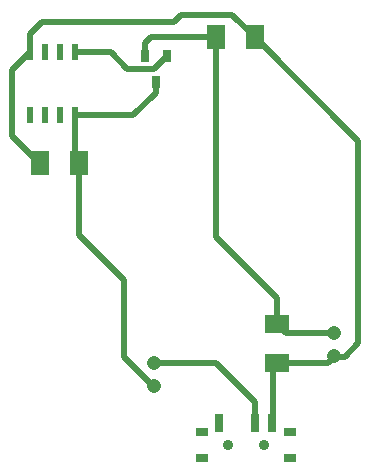
<source format=gtl>
G04 ( created by brdgerber.py ( brdgerber.py v0.1 2014-03-12 ) ) date 2021-02-01 19:08:33 EST*
G04 Gerber Fmt 3.4, Leading zero omitted, Abs format*
%MOIN*%
%FSLAX34Y34*%
G01*
G70*
G90*
G04 APERTURE LIST*
%ADD17R,0.0800X0.0600*%
%ADD10R,0.0236X0.0551*%
%ADD14R,0.2000X0.2000*%
%ADD26C,0.0039*%
%ADD21C,0.0000*%
%ADD27C,0.0031*%
%ADD23C,0.0471*%
%ADD18C,0.0354*%
%ADD16R,0.0600X0.0800*%
%ADD24R,0.0315X0.0394*%
%ADD15R,0.3000X0.3000*%
%ADD19R,0.0393X0.0314*%
%ADD20R,0.0275X0.0590*%
%ADD25C,0.0047*%
%ADD12C,0.0050*%
%ADD11C,0.0060*%
%ADD22C,0.0059*%
%ADD13C,0.0200*%
G04 APERTURE END LIST*
G54D17*
D10*
X-38200Y-11300D03*
D10*
X-38200Y-13400D03*
D10*
X-37700Y-11300D03*
D10*
X-37200Y-11300D03*
D10*
X-36700Y-11300D03*
D10*
X-37700Y-13400D03*
D10*
X-37200Y-13400D03*
D10*
X-36700Y-13400D03*
D13*
G01X-34000Y-12650D02*
G01X-34000Y-12300D01*
D16*
X-30700Y-10800D03*
D16*
X-32000Y-10800D03*
D17*
X-29950Y-20350D03*
D17*
X-29950Y-21650D03*
D18*
X-31590Y-24400D03*
D18*
X-30410Y-24400D03*
D19*
X-32456Y-24833D03*
D19*
X-32456Y-23967D03*
D19*
X-29544Y-23967D03*
D19*
X-29544Y-24833D03*
D20*
X-31885Y-23662D03*
D20*
X-30705Y-23662D03*
D20*
X-30115Y-23662D03*
D23*
G01X-34050Y-21657D02*
G01X-34050Y-21657D01*
D23*
G01X-34050Y-22443D02*
G01X-34050Y-22443D01*
D23*
G01X-28050Y-21443D02*
G01X-28050Y-21443D01*
D23*
G01X-28050Y-20657D02*
G01X-28050Y-20657D01*
D16*
X-37850Y-15000D03*
D16*
X-36550Y-15000D03*
D13*
G01X-34050Y-21650D02*
G01X-32000Y-21650D01*
D13*
G01X-32000Y-21650D02*
G01X-30700Y-22950D01*
D13*
G01X-30700Y-22950D02*
G01X-30700Y-23650D01*
D13*
G01X-30100Y-23650D02*
G01X-30100Y-21800D01*
D13*
G01X-30100Y-21800D02*
G01X-29950Y-21650D01*
D13*
G01X-29950Y-21650D02*
G01X-28250Y-21650D01*
D13*
G01X-28250Y-21650D02*
G01X-28050Y-21450D01*
D13*
G01X-28050Y-20650D02*
G01X-29650Y-20650D01*
D13*
G01X-29650Y-20650D02*
G01X-29950Y-20350D01*
D13*
G01X-36700Y-13400D02*
G01X-36700Y-14850D01*
D13*
G01X-36700Y-14850D02*
G01X-36550Y-15000D01*
D13*
G01X-37850Y-15000D02*
G01X-37900Y-15000D01*
D13*
G01X-37900Y-15000D02*
G01X-38800Y-14100D01*
D13*
G01X-38800Y-14100D02*
G01X-38800Y-11900D01*
D13*
G01X-38800Y-11900D02*
G01X-38200Y-11300D01*
D13*
G01X-36700Y-11300D02*
G01X-36000Y-11300D01*
D13*
G01X-27250Y-14250D02*
G01X-30700Y-10800D01*
D13*
G01X-36550Y-17400D02*
G01X-35050Y-18900D01*
D13*
G01X-36550Y-15000D02*
G01X-36550Y-17400D01*
D13*
G01X-27250Y-21000D02*
G01X-27250Y-14250D01*
D24*
X-34000Y-12283D03*
D24*
X-34375Y-11417D03*
D24*
X-33625Y-11417D03*
D13*
G01X-35050Y-21450D02*
G01X-34050Y-22450D01*
D13*
G01X-35050Y-18900D02*
G01X-35050Y-21450D01*
D13*
G01X-27700Y-21450D02*
G01X-27250Y-21000D01*
D13*
G01X-35050Y-13400D02*
G01X-36700Y-13400D01*
D13*
G01X-32000Y-17450D02*
G01X-29950Y-19500D01*
D13*
G01X-29950Y-19500D02*
G01X-29950Y-20350D01*
D13*
G01X-32000Y-10800D02*
G01X-32000Y-17450D01*
D13*
G01X-31450Y-10050D02*
G01X-30700Y-10800D01*
D13*
G01X-33150Y-10050D02*
G01X-31450Y-10050D01*
D13*
G01X-38200Y-11300D02*
G01X-38200Y-10700D01*
D13*
G01X-38200Y-10700D02*
G01X-37800Y-10300D01*
D13*
G01X-37800Y-10300D02*
G01X-33400Y-10300D01*
D13*
G01X-33400Y-10300D02*
G01X-33150Y-10050D01*
D13*
G01X-28050Y-21450D02*
G01X-27700Y-21450D01*
D13*
G01X-34350Y-11400D02*
G01X-34350Y-11000D01*
D13*
G01X-34350Y-11000D02*
G01X-34150Y-10800D01*
D13*
G01X-34150Y-10800D02*
G01X-32000Y-10800D01*
D13*
G01X-36000Y-11300D02*
G01X-35500Y-11300D01*
D13*
G01X-35500Y-11300D02*
G01X-34950Y-11850D01*
D13*
G01X-34950Y-11850D02*
G01X-34050Y-11850D01*
D13*
G01X-34050Y-11850D02*
G01X-33600Y-11400D01*
D13*
G01X-35100Y-13400D02*
G01X-34750Y-13400D01*
D13*
G01X-34750Y-13400D02*
G01X-34000Y-12650D01*
M02*

</source>
